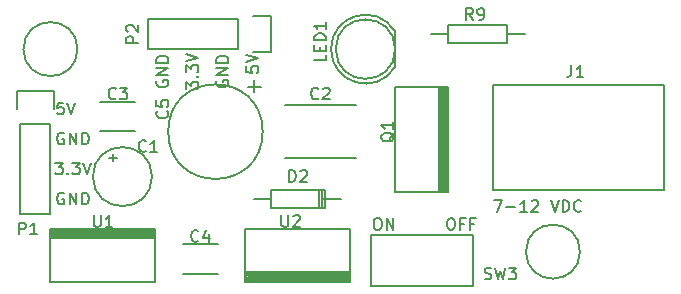
<source format=gto>
G04 #@! TF.FileFunction,Legend,Top*
%FSLAX46Y46*%
G04 Gerber Fmt 4.6, Leading zero omitted, Abs format (unit mm)*
G04 Created by KiCad (PCBNEW (2015-08-16 BZR 6097, Git b384c94)-product) date 11/6/2015 8:34:41 PM*
%MOMM*%
G01*
G04 APERTURE LIST*
%ADD10C,0.100000*%
%ADD11C,0.150000*%
G04 APERTURE END LIST*
D10*
D11*
X193548096Y-137295000D02*
X193452858Y-137247381D01*
X193310001Y-137247381D01*
X193167143Y-137295000D01*
X193071905Y-137390238D01*
X193024286Y-137485476D01*
X192976667Y-137675952D01*
X192976667Y-137818810D01*
X193024286Y-138009286D01*
X193071905Y-138104524D01*
X193167143Y-138199762D01*
X193310001Y-138247381D01*
X193405239Y-138247381D01*
X193548096Y-138199762D01*
X193595715Y-138152143D01*
X193595715Y-137818810D01*
X193405239Y-137818810D01*
X194024286Y-138247381D02*
X194024286Y-137247381D01*
X194595715Y-138247381D01*
X194595715Y-137247381D01*
X195071905Y-138247381D02*
X195071905Y-137247381D01*
X195310000Y-137247381D01*
X195452858Y-137295000D01*
X195548096Y-137390238D01*
X195595715Y-137485476D01*
X195643334Y-137675952D01*
X195643334Y-137818810D01*
X195595715Y-138009286D01*
X195548096Y-138104524D01*
X195452858Y-138199762D01*
X195310000Y-138247381D01*
X195071905Y-138247381D01*
X201430000Y-127761904D02*
X201382381Y-127857142D01*
X201382381Y-127999999D01*
X201430000Y-128142857D01*
X201525238Y-128238095D01*
X201620476Y-128285714D01*
X201810952Y-128333333D01*
X201953810Y-128333333D01*
X202144286Y-128285714D01*
X202239524Y-128238095D01*
X202334762Y-128142857D01*
X202382381Y-127999999D01*
X202382381Y-127904761D01*
X202334762Y-127761904D01*
X202287143Y-127714285D01*
X201953810Y-127714285D01*
X201953810Y-127904761D01*
X202382381Y-127285714D02*
X201382381Y-127285714D01*
X202382381Y-126714285D01*
X201382381Y-126714285D01*
X202382381Y-126238095D02*
X201382381Y-126238095D01*
X201382381Y-126000000D01*
X201430000Y-125857142D01*
X201525238Y-125761904D01*
X201620476Y-125714285D01*
X201810952Y-125666666D01*
X201953810Y-125666666D01*
X202144286Y-125714285D01*
X202239524Y-125761904D01*
X202334762Y-125857142D01*
X202382381Y-126000000D01*
X202382381Y-126238095D01*
X192833810Y-134707381D02*
X193452858Y-134707381D01*
X193119524Y-135088333D01*
X193262382Y-135088333D01*
X193357620Y-135135952D01*
X193405239Y-135183571D01*
X193452858Y-135278810D01*
X193452858Y-135516905D01*
X193405239Y-135612143D01*
X193357620Y-135659762D01*
X193262382Y-135707381D01*
X192976667Y-135707381D01*
X192881429Y-135659762D01*
X192833810Y-135612143D01*
X193881429Y-135612143D02*
X193929048Y-135659762D01*
X193881429Y-135707381D01*
X193833810Y-135659762D01*
X193881429Y-135612143D01*
X193881429Y-135707381D01*
X194262381Y-134707381D02*
X194881429Y-134707381D01*
X194548095Y-135088333D01*
X194690953Y-135088333D01*
X194786191Y-135135952D01*
X194833810Y-135183571D01*
X194881429Y-135278810D01*
X194881429Y-135516905D01*
X194833810Y-135612143D01*
X194786191Y-135659762D01*
X194690953Y-135707381D01*
X194405238Y-135707381D01*
X194310000Y-135659762D01*
X194262381Y-135612143D01*
X195167143Y-134707381D02*
X195500476Y-135707381D01*
X195833810Y-134707381D01*
X193548096Y-132215000D02*
X193452858Y-132167381D01*
X193310001Y-132167381D01*
X193167143Y-132215000D01*
X193071905Y-132310238D01*
X193024286Y-132405476D01*
X192976667Y-132595952D01*
X192976667Y-132738810D01*
X193024286Y-132929286D01*
X193071905Y-133024524D01*
X193167143Y-133119762D01*
X193310001Y-133167381D01*
X193405239Y-133167381D01*
X193548096Y-133119762D01*
X193595715Y-133072143D01*
X193595715Y-132738810D01*
X193405239Y-132738810D01*
X194024286Y-133167381D02*
X194024286Y-132167381D01*
X194595715Y-133167381D01*
X194595715Y-132167381D01*
X195071905Y-133167381D02*
X195071905Y-132167381D01*
X195310000Y-132167381D01*
X195452858Y-132215000D01*
X195548096Y-132310238D01*
X195595715Y-132405476D01*
X195643334Y-132595952D01*
X195643334Y-132738810D01*
X195595715Y-132929286D01*
X195548096Y-133024524D01*
X195452858Y-133119762D01*
X195310000Y-133167381D01*
X195071905Y-133167381D01*
X206510000Y-127761904D02*
X206462381Y-127857142D01*
X206462381Y-127999999D01*
X206510000Y-128142857D01*
X206605238Y-128238095D01*
X206700476Y-128285714D01*
X206890952Y-128333333D01*
X207033810Y-128333333D01*
X207224286Y-128285714D01*
X207319524Y-128238095D01*
X207414762Y-128142857D01*
X207462381Y-127999999D01*
X207462381Y-127904761D01*
X207414762Y-127761904D01*
X207367143Y-127714285D01*
X207033810Y-127714285D01*
X207033810Y-127904761D01*
X207462381Y-127285714D02*
X206462381Y-127285714D01*
X207462381Y-126714285D01*
X206462381Y-126714285D01*
X207462381Y-126238095D02*
X206462381Y-126238095D01*
X206462381Y-126000000D01*
X206510000Y-125857142D01*
X206605238Y-125761904D01*
X206700476Y-125714285D01*
X206890952Y-125666666D01*
X207033810Y-125666666D01*
X207224286Y-125714285D01*
X207319524Y-125761904D01*
X207414762Y-125857142D01*
X207462381Y-126000000D01*
X207462381Y-126238095D01*
X203922381Y-128476190D02*
X203922381Y-127857142D01*
X204303333Y-128190476D01*
X204303333Y-128047618D01*
X204350952Y-127952380D01*
X204398571Y-127904761D01*
X204493810Y-127857142D01*
X204731905Y-127857142D01*
X204827143Y-127904761D01*
X204874762Y-127952380D01*
X204922381Y-128047618D01*
X204922381Y-128333333D01*
X204874762Y-128428571D01*
X204827143Y-128476190D01*
X204827143Y-127428571D02*
X204874762Y-127380952D01*
X204922381Y-127428571D01*
X204874762Y-127476190D01*
X204827143Y-127428571D01*
X204922381Y-127428571D01*
X203922381Y-127047619D02*
X203922381Y-126428571D01*
X204303333Y-126761905D01*
X204303333Y-126619047D01*
X204350952Y-126523809D01*
X204398571Y-126476190D01*
X204493810Y-126428571D01*
X204731905Y-126428571D01*
X204827143Y-126476190D01*
X204874762Y-126523809D01*
X204922381Y-126619047D01*
X204922381Y-126904762D01*
X204874762Y-127000000D01*
X204827143Y-127047619D01*
X203922381Y-126142857D02*
X204922381Y-125809524D01*
X203922381Y-125476190D01*
X193484524Y-129627381D02*
X193008333Y-129627381D01*
X192960714Y-130103571D01*
X193008333Y-130055952D01*
X193103571Y-130008333D01*
X193341667Y-130008333D01*
X193436905Y-130055952D01*
X193484524Y-130103571D01*
X193532143Y-130198810D01*
X193532143Y-130436905D01*
X193484524Y-130532143D01*
X193436905Y-130579762D01*
X193341667Y-130627381D01*
X193103571Y-130627381D01*
X193008333Y-130579762D01*
X192960714Y-130532143D01*
X193817857Y-129627381D02*
X194151190Y-130627381D01*
X194484524Y-129627381D01*
X209002381Y-126555476D02*
X209002381Y-127031667D01*
X209478571Y-127079286D01*
X209430952Y-127031667D01*
X209383333Y-126936429D01*
X209383333Y-126698333D01*
X209430952Y-126603095D01*
X209478571Y-126555476D01*
X209573810Y-126507857D01*
X209811905Y-126507857D01*
X209907143Y-126555476D01*
X209954762Y-126603095D01*
X210002381Y-126698333D01*
X210002381Y-126936429D01*
X209954762Y-127031667D01*
X209907143Y-127079286D01*
X209002381Y-126222143D02*
X210002381Y-125888810D01*
X209002381Y-125555476D01*
X229965714Y-137882381D02*
X230632381Y-137882381D01*
X230203809Y-138882381D01*
X231013333Y-138501429D02*
X231775238Y-138501429D01*
X232775238Y-138882381D02*
X232203809Y-138882381D01*
X232489523Y-138882381D02*
X232489523Y-137882381D01*
X232394285Y-138025238D01*
X232299047Y-138120476D01*
X232203809Y-138168095D01*
X233156190Y-137977619D02*
X233203809Y-137930000D01*
X233299047Y-137882381D01*
X233537143Y-137882381D01*
X233632381Y-137930000D01*
X233680000Y-137977619D01*
X233727619Y-138072857D01*
X233727619Y-138168095D01*
X233680000Y-138310952D01*
X233108571Y-138882381D01*
X233727619Y-138882381D01*
X234775238Y-137882381D02*
X235108571Y-138882381D01*
X235441905Y-137882381D01*
X235775238Y-138882381D02*
X235775238Y-137882381D01*
X236013333Y-137882381D01*
X236156191Y-137930000D01*
X236251429Y-138025238D01*
X236299048Y-138120476D01*
X236346667Y-138310952D01*
X236346667Y-138453810D01*
X236299048Y-138644286D01*
X236251429Y-138739524D01*
X236156191Y-138834762D01*
X236013333Y-138882381D01*
X235775238Y-138882381D01*
X237346667Y-138787143D02*
X237299048Y-138834762D01*
X237156191Y-138882381D01*
X237060953Y-138882381D01*
X236918095Y-138834762D01*
X236822857Y-138739524D01*
X236775238Y-138644286D01*
X236727619Y-138453810D01*
X236727619Y-138310952D01*
X236775238Y-138120476D01*
X236822857Y-138025238D01*
X236918095Y-137930000D01*
X237060953Y-137882381D01*
X237156191Y-137882381D01*
X237299048Y-137930000D01*
X237346667Y-137977619D01*
X226234571Y-139406381D02*
X226425048Y-139406381D01*
X226520286Y-139454000D01*
X226615524Y-139549238D01*
X226663143Y-139739714D01*
X226663143Y-140073048D01*
X226615524Y-140263524D01*
X226520286Y-140358762D01*
X226425048Y-140406381D01*
X226234571Y-140406381D01*
X226139333Y-140358762D01*
X226044095Y-140263524D01*
X225996476Y-140073048D01*
X225996476Y-139739714D01*
X226044095Y-139549238D01*
X226139333Y-139454000D01*
X226234571Y-139406381D01*
X227425048Y-139882571D02*
X227091714Y-139882571D01*
X227091714Y-140406381D02*
X227091714Y-139406381D01*
X227567905Y-139406381D01*
X228282191Y-139882571D02*
X227948857Y-139882571D01*
X227948857Y-140406381D02*
X227948857Y-139406381D01*
X228425048Y-139406381D01*
X220011571Y-139406381D02*
X220202048Y-139406381D01*
X220297286Y-139454000D01*
X220392524Y-139549238D01*
X220440143Y-139739714D01*
X220440143Y-140073048D01*
X220392524Y-140263524D01*
X220297286Y-140358762D01*
X220202048Y-140406381D01*
X220011571Y-140406381D01*
X219916333Y-140358762D01*
X219821095Y-140263524D01*
X219773476Y-140073048D01*
X219773476Y-139739714D01*
X219821095Y-139549238D01*
X219916333Y-139454000D01*
X220011571Y-139406381D01*
X220868714Y-140406381D02*
X220868714Y-139406381D01*
X221440143Y-140406381D01*
X221440143Y-139406381D01*
X194691000Y-125095000D02*
G75*
G03X194691000Y-125095000I-2286000J0D01*
G01*
X237236000Y-142240000D02*
G75*
G03X237236000Y-142240000I-2286000J0D01*
G01*
X229870000Y-137033000D02*
X244348000Y-137033000D01*
X244348000Y-137033000D02*
X244348000Y-128143000D01*
X244348000Y-128143000D02*
X229870000Y-128143000D01*
X229870000Y-137033000D02*
X229870000Y-128143000D01*
X221559888Y-123570096D02*
G75*
G03X221575000Y-126595000I-2484888J-1524904D01*
G01*
X221575000Y-123595000D02*
X221575000Y-126595000D01*
X221592936Y-125095000D02*
G75*
G03X221592936Y-125095000I-2517936J0D01*
G01*
X228219000Y-140843000D02*
X228219000Y-145161000D01*
X228219000Y-140843000D02*
X219583000Y-140843000D01*
X219583000Y-140843000D02*
X219583000Y-145161000D01*
X219583000Y-145161000D02*
X228219000Y-145161000D01*
X218305000Y-134330000D02*
X212305000Y-134330000D01*
X212305000Y-129830000D02*
X218305000Y-129830000D01*
X206625000Y-144125000D02*
X203625000Y-144125000D01*
X203625000Y-141625000D02*
X206625000Y-141625000D01*
X211073480Y-137797540D02*
X209676480Y-137797540D01*
X215518480Y-137797540D02*
X217042480Y-137797540D01*
X215137480Y-138559540D02*
X215137480Y-137035540D01*
X215391480Y-138559540D02*
X215391480Y-137035540D01*
X215645480Y-137797540D02*
X215645480Y-137035540D01*
X215645480Y-137035540D02*
X211073480Y-137035540D01*
X211073480Y-137035540D02*
X211073480Y-138559540D01*
X211073480Y-138559540D02*
X215645480Y-138559540D01*
X215645480Y-138559540D02*
X215645480Y-137797540D01*
X225734880Y-128437640D02*
X225745040Y-132882640D01*
X225272600Y-128336040D02*
X225272600Y-137073640D01*
X225938080Y-128356360D02*
X225927920Y-137043160D01*
X225927920Y-137043160D02*
X225531680Y-137073640D01*
X225531680Y-137073640D02*
X225516440Y-128381760D01*
X225516440Y-128381760D02*
X225806000Y-128366520D01*
X225806000Y-128366520D02*
X225790760Y-136997440D01*
X225790760Y-136997440D02*
X225638360Y-136982200D01*
X225638360Y-136982200D02*
X225638360Y-128442720D01*
X225425000Y-128270000D02*
X225425000Y-137160000D01*
X221615000Y-137160000D02*
X226060000Y-137160000D01*
X226060000Y-137160000D02*
X226060000Y-128270000D01*
X226060000Y-128270000D02*
X221615000Y-128270000D01*
X221615000Y-128270000D02*
X221615000Y-137160000D01*
X217637360Y-144454880D02*
X213192360Y-144465040D01*
X217738960Y-143992600D02*
X209001360Y-143992600D01*
X217718640Y-144658080D02*
X209031840Y-144647920D01*
X209031840Y-144647920D02*
X209001360Y-144251680D01*
X209001360Y-144251680D02*
X217693240Y-144236440D01*
X217693240Y-144236440D02*
X217708480Y-144526000D01*
X217708480Y-144526000D02*
X209077560Y-144510760D01*
X209077560Y-144510760D02*
X209092800Y-144358360D01*
X209092800Y-144358360D02*
X217632280Y-144358360D01*
X217805000Y-144145000D02*
X208915000Y-144145000D01*
X208915000Y-140335000D02*
X208915000Y-144780000D01*
X208915000Y-144780000D02*
X217805000Y-144780000D01*
X217805000Y-144780000D02*
X217805000Y-140335000D01*
X217805000Y-140335000D02*
X208915000Y-140335000D01*
X209669380Y-127739140D02*
X209669380Y-128765300D01*
X210220560Y-128264920D02*
X209169000Y-128264920D01*
X210375500Y-132080000D02*
G75*
G03X210375500Y-132080000I-4000500J0D01*
G01*
X224850000Y-123825000D02*
X224600000Y-123825000D01*
X232350000Y-123825000D02*
X232600000Y-123825000D01*
X231100000Y-124575000D02*
X231100000Y-123075000D01*
X231100000Y-123075000D02*
X226100000Y-123075000D01*
X226100000Y-123075000D02*
X226100000Y-124575000D01*
X226100000Y-124575000D02*
X231100000Y-124575000D01*
X226060000Y-123825000D02*
X224790000Y-123825000D01*
X231140000Y-123825000D02*
X232410000Y-123825000D01*
X197700900Y-133990080D02*
X197700900Y-134589520D01*
X197401180Y-134289800D02*
X198000620Y-134289800D01*
X201000360Y-135890000D02*
G75*
G03X201000360Y-135890000I-2499360J0D01*
G01*
X196600000Y-129560000D02*
X199600000Y-129560000D01*
X199600000Y-132060000D02*
X196600000Y-132060000D01*
X189865000Y-131445000D02*
X189865000Y-139065000D01*
X192405000Y-131445000D02*
X192405000Y-139065000D01*
X192685000Y-128625000D02*
X192685000Y-130175000D01*
X189865000Y-139065000D02*
X192405000Y-139065000D01*
X192405000Y-131445000D02*
X189865000Y-131445000D01*
X189585000Y-130175000D02*
X189585000Y-128625000D01*
X189585000Y-128625000D02*
X192685000Y-128625000D01*
X208280000Y-122555000D02*
X200660000Y-122555000D01*
X208280000Y-125095000D02*
X200660000Y-125095000D01*
X211100000Y-125375000D02*
X209550000Y-125375000D01*
X200660000Y-122555000D02*
X200660000Y-125095000D01*
X208280000Y-125095000D02*
X208280000Y-122555000D01*
X209550000Y-122275000D02*
X211100000Y-122275000D01*
X211100000Y-122275000D02*
X211100000Y-125375000D01*
X192572640Y-140660120D02*
X197017640Y-140649960D01*
X192471040Y-141122400D02*
X201208640Y-141122400D01*
X192491360Y-140456920D02*
X201178160Y-140467080D01*
X201178160Y-140467080D02*
X201208640Y-140863320D01*
X201208640Y-140863320D02*
X192516760Y-140878560D01*
X192516760Y-140878560D02*
X192501520Y-140589000D01*
X192501520Y-140589000D02*
X201132440Y-140604240D01*
X201132440Y-140604240D02*
X201117200Y-140756640D01*
X201117200Y-140756640D02*
X192577720Y-140756640D01*
X192405000Y-140970000D02*
X201295000Y-140970000D01*
X201295000Y-144780000D02*
X201295000Y-140335000D01*
X201295000Y-140335000D02*
X192405000Y-140335000D01*
X192405000Y-140335000D02*
X192405000Y-144780000D01*
X192405000Y-144780000D02*
X201295000Y-144780000D01*
X236521667Y-126452381D02*
X236521667Y-127166667D01*
X236474047Y-127309524D01*
X236378809Y-127404762D01*
X236235952Y-127452381D01*
X236140714Y-127452381D01*
X237521667Y-127452381D02*
X236950238Y-127452381D01*
X237235952Y-127452381D02*
X237235952Y-126452381D01*
X237140714Y-126595238D01*
X237045476Y-126690476D01*
X236950238Y-126738095D01*
X215717381Y-125579047D02*
X215717381Y-126055238D01*
X214717381Y-126055238D01*
X215193571Y-125245714D02*
X215193571Y-124912380D01*
X215717381Y-124769523D02*
X215717381Y-125245714D01*
X214717381Y-125245714D01*
X214717381Y-124769523D01*
X215717381Y-124340952D02*
X214717381Y-124340952D01*
X214717381Y-124102857D01*
X214765000Y-123959999D01*
X214860238Y-123864761D01*
X214955476Y-123817142D01*
X215145952Y-123769523D01*
X215288810Y-123769523D01*
X215479286Y-123817142D01*
X215574524Y-123864761D01*
X215669762Y-123959999D01*
X215717381Y-124102857D01*
X215717381Y-124340952D01*
X215717381Y-122817142D02*
X215717381Y-123388571D01*
X215717381Y-123102857D02*
X214717381Y-123102857D01*
X214860238Y-123198095D01*
X214955476Y-123293333D01*
X215003095Y-123388571D01*
X229171667Y-144549762D02*
X229314524Y-144597381D01*
X229552620Y-144597381D01*
X229647858Y-144549762D01*
X229695477Y-144502143D01*
X229743096Y-144406905D01*
X229743096Y-144311667D01*
X229695477Y-144216429D01*
X229647858Y-144168810D01*
X229552620Y-144121190D01*
X229362143Y-144073571D01*
X229266905Y-144025952D01*
X229219286Y-143978333D01*
X229171667Y-143883095D01*
X229171667Y-143787857D01*
X229219286Y-143692619D01*
X229266905Y-143645000D01*
X229362143Y-143597381D01*
X229600239Y-143597381D01*
X229743096Y-143645000D01*
X230076429Y-143597381D02*
X230314524Y-144597381D01*
X230505001Y-143883095D01*
X230695477Y-144597381D01*
X230933572Y-143597381D01*
X231219286Y-143597381D02*
X231838334Y-143597381D01*
X231505000Y-143978333D01*
X231647858Y-143978333D01*
X231743096Y-144025952D01*
X231790715Y-144073571D01*
X231838334Y-144168810D01*
X231838334Y-144406905D01*
X231790715Y-144502143D01*
X231743096Y-144549762D01*
X231647858Y-144597381D01*
X231362143Y-144597381D01*
X231266905Y-144549762D01*
X231219286Y-144502143D01*
X215098334Y-129262143D02*
X215050715Y-129309762D01*
X214907858Y-129357381D01*
X214812620Y-129357381D01*
X214669762Y-129309762D01*
X214574524Y-129214524D01*
X214526905Y-129119286D01*
X214479286Y-128928810D01*
X214479286Y-128785952D01*
X214526905Y-128595476D01*
X214574524Y-128500238D01*
X214669762Y-128405000D01*
X214812620Y-128357381D01*
X214907858Y-128357381D01*
X215050715Y-128405000D01*
X215098334Y-128452619D01*
X215479286Y-128452619D02*
X215526905Y-128405000D01*
X215622143Y-128357381D01*
X215860239Y-128357381D01*
X215955477Y-128405000D01*
X216003096Y-128452619D01*
X216050715Y-128547857D01*
X216050715Y-128643095D01*
X216003096Y-128785952D01*
X215431667Y-129357381D01*
X216050715Y-129357381D01*
X204938334Y-141327143D02*
X204890715Y-141374762D01*
X204747858Y-141422381D01*
X204652620Y-141422381D01*
X204509762Y-141374762D01*
X204414524Y-141279524D01*
X204366905Y-141184286D01*
X204319286Y-140993810D01*
X204319286Y-140850952D01*
X204366905Y-140660476D01*
X204414524Y-140565238D01*
X204509762Y-140470000D01*
X204652620Y-140422381D01*
X204747858Y-140422381D01*
X204890715Y-140470000D01*
X204938334Y-140517619D01*
X205795477Y-140755714D02*
X205795477Y-141422381D01*
X205557381Y-140374762D02*
X205319286Y-141089048D01*
X205938334Y-141089048D01*
X212621905Y-136342381D02*
X212621905Y-135342381D01*
X212860000Y-135342381D01*
X213002858Y-135390000D01*
X213098096Y-135485238D01*
X213145715Y-135580476D01*
X213193334Y-135770952D01*
X213193334Y-135913810D01*
X213145715Y-136104286D01*
X213098096Y-136199524D01*
X213002858Y-136294762D01*
X212860000Y-136342381D01*
X212621905Y-136342381D01*
X213574286Y-135437619D02*
X213621905Y-135390000D01*
X213717143Y-135342381D01*
X213955239Y-135342381D01*
X214050477Y-135390000D01*
X214098096Y-135437619D01*
X214145715Y-135532857D01*
X214145715Y-135628095D01*
X214098096Y-135770952D01*
X213526667Y-136342381D01*
X214145715Y-136342381D01*
X221527619Y-132175238D02*
X221480000Y-132270476D01*
X221384762Y-132365714D01*
X221241905Y-132508571D01*
X221194286Y-132603810D01*
X221194286Y-132699048D01*
X221432381Y-132651429D02*
X221384762Y-132746667D01*
X221289524Y-132841905D01*
X221099048Y-132889524D01*
X220765714Y-132889524D01*
X220575238Y-132841905D01*
X220480000Y-132746667D01*
X220432381Y-132651429D01*
X220432381Y-132460952D01*
X220480000Y-132365714D01*
X220575238Y-132270476D01*
X220765714Y-132222857D01*
X221099048Y-132222857D01*
X221289524Y-132270476D01*
X221384762Y-132365714D01*
X221432381Y-132460952D01*
X221432381Y-132651429D01*
X221432381Y-131270476D02*
X221432381Y-131841905D01*
X221432381Y-131556191D02*
X220432381Y-131556191D01*
X220575238Y-131651429D01*
X220670476Y-131746667D01*
X220718095Y-131841905D01*
X211963095Y-139152381D02*
X211963095Y-139961905D01*
X212010714Y-140057143D01*
X212058333Y-140104762D01*
X212153571Y-140152381D01*
X212344048Y-140152381D01*
X212439286Y-140104762D01*
X212486905Y-140057143D01*
X212534524Y-139961905D01*
X212534524Y-139152381D01*
X212963095Y-139247619D02*
X213010714Y-139200000D01*
X213105952Y-139152381D01*
X213344048Y-139152381D01*
X213439286Y-139200000D01*
X213486905Y-139247619D01*
X213534524Y-139342857D01*
X213534524Y-139438095D01*
X213486905Y-139580952D01*
X212915476Y-140152381D01*
X213534524Y-140152381D01*
X202287143Y-130341666D02*
X202334762Y-130389285D01*
X202382381Y-130532142D01*
X202382381Y-130627380D01*
X202334762Y-130770238D01*
X202239524Y-130865476D01*
X202144286Y-130913095D01*
X201953810Y-130960714D01*
X201810952Y-130960714D01*
X201620476Y-130913095D01*
X201525238Y-130865476D01*
X201430000Y-130770238D01*
X201382381Y-130627380D01*
X201382381Y-130532142D01*
X201430000Y-130389285D01*
X201477619Y-130341666D01*
X201382381Y-129436904D02*
X201382381Y-129913095D01*
X201858571Y-129960714D01*
X201810952Y-129913095D01*
X201763333Y-129817857D01*
X201763333Y-129579761D01*
X201810952Y-129484523D01*
X201858571Y-129436904D01*
X201953810Y-129389285D01*
X202191905Y-129389285D01*
X202287143Y-129436904D01*
X202334762Y-129484523D01*
X202382381Y-129579761D01*
X202382381Y-129817857D01*
X202334762Y-129913095D01*
X202287143Y-129960714D01*
X228179334Y-122626381D02*
X227846000Y-122150190D01*
X227607905Y-122626381D02*
X227607905Y-121626381D01*
X227988858Y-121626381D01*
X228084096Y-121674000D01*
X228131715Y-121721619D01*
X228179334Y-121816857D01*
X228179334Y-121959714D01*
X228131715Y-122054952D01*
X228084096Y-122102571D01*
X227988858Y-122150190D01*
X227607905Y-122150190D01*
X228655524Y-122626381D02*
X228846000Y-122626381D01*
X228941239Y-122578762D01*
X228988858Y-122531143D01*
X229084096Y-122388286D01*
X229131715Y-122197810D01*
X229131715Y-121816857D01*
X229084096Y-121721619D01*
X229036477Y-121674000D01*
X228941239Y-121626381D01*
X228750762Y-121626381D01*
X228655524Y-121674000D01*
X228607905Y-121721619D01*
X228560286Y-121816857D01*
X228560286Y-122054952D01*
X228607905Y-122150190D01*
X228655524Y-122197810D01*
X228750762Y-122245429D01*
X228941239Y-122245429D01*
X229036477Y-122197810D01*
X229084096Y-122150190D01*
X229131715Y-122054952D01*
X200493334Y-133707143D02*
X200445715Y-133754762D01*
X200302858Y-133802381D01*
X200207620Y-133802381D01*
X200064762Y-133754762D01*
X199969524Y-133659524D01*
X199921905Y-133564286D01*
X199874286Y-133373810D01*
X199874286Y-133230952D01*
X199921905Y-133040476D01*
X199969524Y-132945238D01*
X200064762Y-132850000D01*
X200207620Y-132802381D01*
X200302858Y-132802381D01*
X200445715Y-132850000D01*
X200493334Y-132897619D01*
X201445715Y-133802381D02*
X200874286Y-133802381D01*
X201160000Y-133802381D02*
X201160000Y-132802381D01*
X201064762Y-132945238D01*
X200969524Y-133040476D01*
X200874286Y-133088095D01*
X197953334Y-129262143D02*
X197905715Y-129309762D01*
X197762858Y-129357381D01*
X197667620Y-129357381D01*
X197524762Y-129309762D01*
X197429524Y-129214524D01*
X197381905Y-129119286D01*
X197334286Y-128928810D01*
X197334286Y-128785952D01*
X197381905Y-128595476D01*
X197429524Y-128500238D01*
X197524762Y-128405000D01*
X197667620Y-128357381D01*
X197762858Y-128357381D01*
X197905715Y-128405000D01*
X197953334Y-128452619D01*
X198286667Y-128357381D02*
X198905715Y-128357381D01*
X198572381Y-128738333D01*
X198715239Y-128738333D01*
X198810477Y-128785952D01*
X198858096Y-128833571D01*
X198905715Y-128928810D01*
X198905715Y-129166905D01*
X198858096Y-129262143D01*
X198810477Y-129309762D01*
X198715239Y-129357381D01*
X198429524Y-129357381D01*
X198334286Y-129309762D01*
X198286667Y-129262143D01*
X189761905Y-140787381D02*
X189761905Y-139787381D01*
X190142858Y-139787381D01*
X190238096Y-139835000D01*
X190285715Y-139882619D01*
X190333334Y-139977857D01*
X190333334Y-140120714D01*
X190285715Y-140215952D01*
X190238096Y-140263571D01*
X190142858Y-140311190D01*
X189761905Y-140311190D01*
X191285715Y-140787381D02*
X190714286Y-140787381D01*
X191000000Y-140787381D02*
X191000000Y-139787381D01*
X190904762Y-139930238D01*
X190809524Y-140025476D01*
X190714286Y-140073095D01*
X199842381Y-124563095D02*
X198842381Y-124563095D01*
X198842381Y-124182142D01*
X198890000Y-124086904D01*
X198937619Y-124039285D01*
X199032857Y-123991666D01*
X199175714Y-123991666D01*
X199270952Y-124039285D01*
X199318571Y-124086904D01*
X199366190Y-124182142D01*
X199366190Y-124563095D01*
X198937619Y-123610714D02*
X198890000Y-123563095D01*
X198842381Y-123467857D01*
X198842381Y-123229761D01*
X198890000Y-123134523D01*
X198937619Y-123086904D01*
X199032857Y-123039285D01*
X199128095Y-123039285D01*
X199270952Y-123086904D01*
X199842381Y-123658333D01*
X199842381Y-123039285D01*
X196088095Y-139152381D02*
X196088095Y-139961905D01*
X196135714Y-140057143D01*
X196183333Y-140104762D01*
X196278571Y-140152381D01*
X196469048Y-140152381D01*
X196564286Y-140104762D01*
X196611905Y-140057143D01*
X196659524Y-139961905D01*
X196659524Y-139152381D01*
X197659524Y-140152381D02*
X197088095Y-140152381D01*
X197373809Y-140152381D02*
X197373809Y-139152381D01*
X197278571Y-139295238D01*
X197183333Y-139390476D01*
X197088095Y-139438095D01*
M02*

</source>
